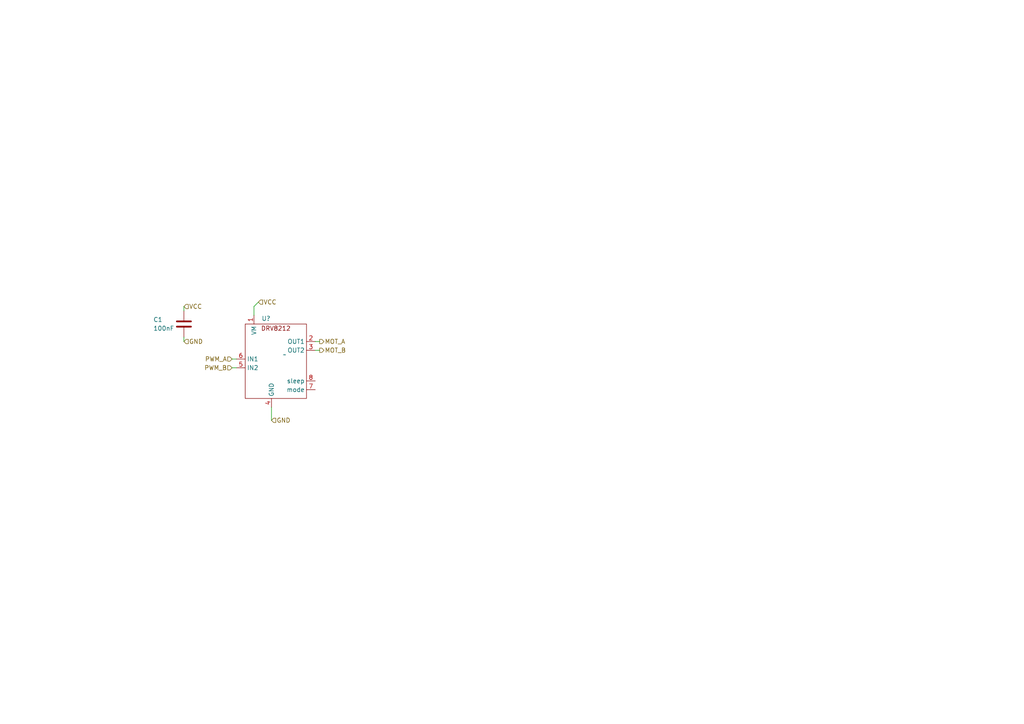
<source format=kicad_sch>
(kicad_sch (version 20230121) (generator eeschema)
  (paper "A4")
  (lib_symbols
    (symbol "Device:C" (pin_numbers hide) (pin_names (offset 0.254))
      (property "Reference" "C" (at 0.635 2.54 0))
      (property "Value" "C" (at 0.635 -2.54 0))
      (symbol "C_0_1"
        (polyline (pts (xy -2.032 -0.762) (xy 2.032 -0.762)) (stroke (width 0.508)))
        (polyline (pts (xy -2.032 0.762) (xy 2.032 0.762)) (stroke (width 0.508)))
      )
      (symbol "C_1_1"
        (pin passive line (at 0 3.81 270) (length 2.794) (name "~") (number "1"))
        (pin passive line (at 0 -3.81 90) (length 2.794) (name "~") (number "2"))
      )
    )
    (symbol "custom_kicad_lib_sk:DRV8210"
      (property "Reference" "U1" (at -6.9341 11.43 0))
      (property "Value" "~" (at 0 0 0))
      (symbol "DRV8210_0_1"
        (rectangle (start -11.43 8.89) (end 6.35 -12.7))
      )
      (symbol "DRV8210_1_1"
        (text "DRV8212" (at -2.54 7.62 0) (effects (font (size 1.27 1.27))))
        (pin input line (at -8.89 11.43 270) (length 2.54) (name "VM") (number "1"))
        (pin input line (at 8.89 3.81 180) (length 2.54) (name "OUT1") (number "2"))
        (pin input line (at 8.89 1.27 180) (length 2.54) (name "OUT2") (number "3"))
        (pin input line (at -3.81 -15.24 90) (length 2.54) (name "GND") (number "4"))
        (pin input line (at -13.97 -3.81 0) (length 2.54) (name "IN2") (number "5"))
        (pin input line (at -13.97 -1.27 0) (length 2.54) (name "IN1") (number "6"))
        (pin input line (at 8.89 -10.16 180) (length 2.54) (name "mode") (number "7"))
        (pin input line (at 8.89 -7.62 180) (length 2.54) (name "sleep") (number "8"))
      )
    )
  )
  (wire (pts (xy 92.71 101.6) (xy 91.44 101.6)))
  (wire (pts (xy 67.31 106.68) (xy 68.58 106.68)))
  (wire (pts (xy 78.74 118.11) (xy 78.74 121.92)))
  (wire (pts (xy 53.34 88.9) (xy 53.34 90.17)))
  (wire (pts (xy 73.66 88.9) (xy 74.93 87.63)))
  (wire (pts (xy 53.34 97.79) (xy 53.34 99.06)))
  (wire (pts (xy 67.31 104.14) (xy 68.58 104.14)))
  (wire (pts (xy 92.71 99.06) (xy 91.44 99.06)))
  (wire (pts (xy 73.66 91.44) (xy 73.66 88.9)))
  (hierarchical_label "PWM_B" (shape input) (at 67.31 106.68 180))
  (hierarchical_label "PWM_A" (shape input) (at 67.31 104.14 180))
  (hierarchical_label "MOT_B" (shape output) (at 92.71 101.6 0))
  (hierarchical_label "MOT_A" (shape output) (at 92.71 99.06 0))
  (hierarchical_label "VCC" (shape input) (at 74.93 87.63 0))
  (hierarchical_label "GND" (shape input) (at 78.74 121.92 0))
  (hierarchical_label "VCC" (shape input) (at 53.34 88.9 0))
  (hierarchical_label "GND" (shape input) (at 53.34 99.06 0))
  (symbol (lib_id "custom_kicad_lib_sk:DRV8210") (at 82.55 102.87 0) (unit 1)
    (property "Reference" "U?" (at 75.8541 92.3869 0) (effects (justify left)))
    (property "Value" "~" (at 82.55 102.87 0))
    (property "Footprint" "Package_SON:WSON-8-1EP_2x2mm_P0.5mm_EP0.9x1.6mm" (effects hide))
  )
  (symbol (lib_id "Device:C") (at 53.34 93.98 180) (unit 1)
    (property "Reference" "C1" (at 44.45 92.7131 0) (effects (justify right)))
    (property "Value" "100nF" (at 44.45 95.25 0) (effects (justify right)))
    (property "Footprint" "Capacitor_SMD:C_0402_1005Metric" (effects hide))
    (property "JLCPCB Part#" "C14663" (effects hide))
    (instances (project "pantoGraph" (path "" (reference "C1") (unit 1)) (path "" (reference "C5") (unit 1))))
  )
)
</source>
